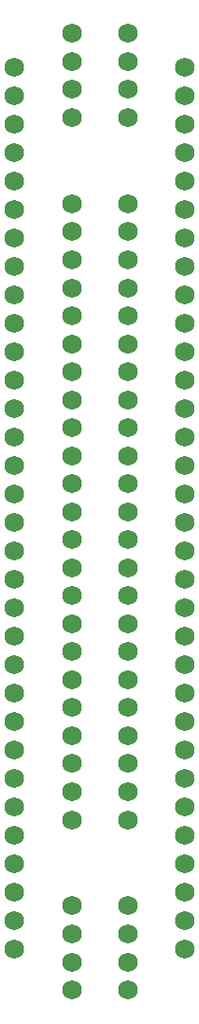
<source format=gts>
G04 #@! TF.FileFunction,Soldermask,Top*
%FSLAX46Y46*%
G04 Gerber Fmt 4.6, Leading zero omitted, Abs format (unit mm)*
G04 Created by KiCad (PCBNEW 4.0.7-e2-6376~58~ubuntu16.04.1) date Wed Jan 24 19:35:02 2018*
%MOMM*%
%LPD*%
G01*
G04 APERTURE LIST*
%ADD10C,0.100000*%
%ADD11C,1.727200*%
G04 APERTURE END LIST*
D10*
D11*
X133096000Y-66395600D03*
X133096000Y-68935600D03*
X133096000Y-71475600D03*
X133096000Y-74015600D03*
X133096000Y-76555600D03*
X133096000Y-79095600D03*
X133096000Y-81635600D03*
X133096000Y-84175600D03*
X133096000Y-86715600D03*
X133096000Y-89255600D03*
X133096000Y-91795600D03*
X133096000Y-94335600D03*
X133096000Y-96875600D03*
X133096000Y-99415600D03*
X133096000Y-101955600D03*
X133096000Y-104495600D03*
X133096000Y-107035600D03*
X133096000Y-109575600D03*
X133096000Y-112115600D03*
X133096000Y-114655600D03*
X133096000Y-117195600D03*
X133096000Y-119735600D03*
X133096000Y-122275600D03*
X133096000Y-124815600D03*
X133096000Y-127355600D03*
X133096000Y-129895600D03*
X133096000Y-132435600D03*
X133096000Y-134975600D03*
X133096000Y-137515600D03*
X133096000Y-140055600D03*
X133096000Y-142595600D03*
X133096000Y-145135600D03*
X148336000Y-145135600D03*
X148336000Y-142595600D03*
X148336000Y-140055600D03*
X148336000Y-137515600D03*
X148336000Y-134975600D03*
X148336000Y-132435600D03*
X148336000Y-129895600D03*
X148336000Y-127355600D03*
X148336000Y-124815600D03*
X148336000Y-122275600D03*
X148336000Y-119735600D03*
X148336000Y-117195600D03*
X148336000Y-114655600D03*
X148336000Y-112115600D03*
X148336000Y-109575600D03*
X148336000Y-107035600D03*
X148336000Y-104495600D03*
X148336000Y-101955600D03*
X148336000Y-99415600D03*
X148336000Y-96875600D03*
X148336000Y-94335600D03*
X148336000Y-91795600D03*
X148336000Y-89255600D03*
X148336000Y-86715600D03*
X148336000Y-84175600D03*
X148336000Y-81635600D03*
X148336000Y-79095600D03*
X148336000Y-76555600D03*
X148336000Y-74015600D03*
X148336000Y-71475600D03*
X148336000Y-68935600D03*
X148336000Y-66395600D03*
X143203940Y-148741880D03*
X143203940Y-146241880D03*
X143203940Y-143741880D03*
X143203940Y-141241880D03*
X143203940Y-133541880D03*
X143203940Y-131041880D03*
X143203940Y-128541880D03*
X143203940Y-126041880D03*
X143203940Y-123541880D03*
X143203940Y-121041880D03*
X143203940Y-118541880D03*
X143203940Y-116041880D03*
X143203940Y-113541880D03*
X143203940Y-111041880D03*
X143203940Y-108541880D03*
X143203940Y-106041880D03*
X143203940Y-103541880D03*
X143203940Y-101041880D03*
X143203940Y-98541880D03*
X143203940Y-96041880D03*
X143203940Y-93541880D03*
X143203940Y-91041880D03*
X143203940Y-88541880D03*
X143203940Y-86041880D03*
X143203940Y-83541880D03*
X143203940Y-81041880D03*
X143203940Y-78541880D03*
X143203940Y-70841880D03*
X143203940Y-68341880D03*
X143203940Y-65841880D03*
X143203940Y-63341880D03*
X138203940Y-63341880D03*
X138203940Y-65841880D03*
X138203940Y-68341880D03*
X138203940Y-70841880D03*
X138203940Y-78541880D03*
X138203940Y-81041880D03*
X138203940Y-83541880D03*
X138203940Y-86041880D03*
X138203940Y-88541880D03*
X138203940Y-91041880D03*
X138203940Y-93541880D03*
X138203940Y-96041880D03*
X138203940Y-98541880D03*
X138203940Y-101041880D03*
X138203940Y-103541880D03*
X138203940Y-106041880D03*
X138203940Y-108541880D03*
X138203940Y-111041880D03*
X138203940Y-113541880D03*
X138203940Y-116041880D03*
X138203940Y-118541880D03*
X138203940Y-121041880D03*
X138203940Y-123541880D03*
X138203940Y-126041880D03*
X138203940Y-128541880D03*
X138203940Y-131041880D03*
X138203940Y-133541880D03*
X138203940Y-141241880D03*
X138203940Y-143741880D03*
X138203940Y-146241880D03*
X138203940Y-148741880D03*
M02*

</source>
